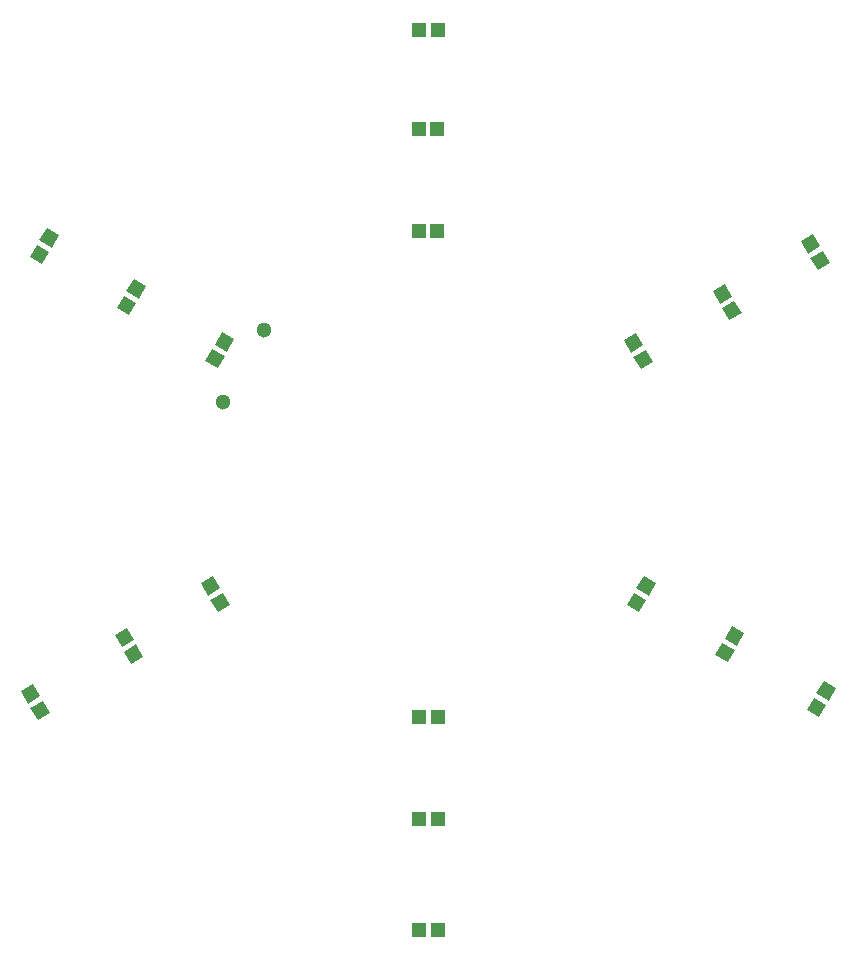
<source format=gts>
G04 #@! TF.FileFunction,Soldermask,Top*
%FSLAX46Y46*%
G04 Gerber Fmt 4.6, Leading zero omitted, Abs format (unit mm)*
G04 Created by KiCad (PCBNEW 4.0.5+dfsg1-4) date Tue Nov  6 22:38:28 2018*
%MOMM*%
%LPD*%
G01*
G04 APERTURE LIST*
%ADD10C,0.100000*%
%ADD11R,1.200000X1.200000*%
%ADD12C,1.300000*%
G04 APERTURE END LIST*
D10*
G36*
X165318194Y-89136657D02*
X166357424Y-88536657D01*
X166957424Y-89575887D01*
X165918194Y-90175887D01*
X165318194Y-89136657D01*
X165318194Y-89136657D01*
G37*
G36*
X166118194Y-90522297D02*
X167157424Y-89922297D01*
X167757424Y-90961527D01*
X166718194Y-91561527D01*
X166118194Y-90522297D01*
X166118194Y-90522297D01*
G37*
G36*
X166972199Y-109110658D02*
X168011429Y-109710658D01*
X167411429Y-110749888D01*
X166372199Y-110149888D01*
X166972199Y-109110658D01*
X166972199Y-109110658D01*
G37*
G36*
X166172199Y-110496298D02*
X167211429Y-111096298D01*
X166611429Y-112135528D01*
X165572199Y-111535528D01*
X166172199Y-110496298D01*
X166172199Y-110496298D01*
G37*
D11*
X149557816Y-121037093D03*
X147957816Y-121037093D03*
D10*
G36*
X131943430Y-111535528D02*
X130904200Y-112135528D01*
X130304200Y-111096298D01*
X131343430Y-110496298D01*
X131943430Y-111535528D01*
X131943430Y-111535528D01*
G37*
G36*
X131143430Y-110149888D02*
X130104200Y-110749888D01*
X129504200Y-109710658D01*
X130543430Y-109110658D01*
X131143430Y-110149888D01*
X131143430Y-110149888D01*
G37*
G36*
X130905430Y-91492348D02*
X129866200Y-90892348D01*
X130466200Y-89853118D01*
X131505430Y-90453118D01*
X130905430Y-91492348D01*
X130905430Y-91492348D01*
G37*
G36*
X131705430Y-90106708D02*
X130666200Y-89506708D01*
X131266200Y-88467478D01*
X132305430Y-89067478D01*
X131705430Y-90106708D01*
X131705430Y-90106708D01*
G37*
D11*
X147919812Y-79889094D03*
X149519812Y-79889094D03*
D10*
G36*
X172830198Y-85003480D02*
X173869428Y-84403480D01*
X174469428Y-85442710D01*
X173430198Y-86042710D01*
X172830198Y-85003480D01*
X172830198Y-85003480D01*
G37*
G36*
X173630198Y-86389120D02*
X174669428Y-85789120D01*
X175269428Y-86828350D01*
X174230198Y-87428350D01*
X173630198Y-86389120D01*
X173630198Y-86389120D01*
G37*
G36*
X174446196Y-113359480D02*
X175485426Y-113959480D01*
X174885426Y-114998710D01*
X173846196Y-114398710D01*
X174446196Y-113359480D01*
X174446196Y-113359480D01*
G37*
G36*
X173646196Y-114745120D02*
X174685426Y-115345120D01*
X174085426Y-116384350D01*
X173046196Y-115784350D01*
X173646196Y-114745120D01*
X173646196Y-114745120D01*
G37*
D11*
X149557813Y-129673092D03*
X147957813Y-129673092D03*
D10*
G36*
X124623229Y-115932858D02*
X123583999Y-116532858D01*
X122983999Y-115493628D01*
X124023229Y-114893628D01*
X124623229Y-115932858D01*
X124623229Y-115932858D01*
G37*
G36*
X123823229Y-114547218D02*
X122783999Y-115147218D01*
X122183999Y-114107988D01*
X123223229Y-113507988D01*
X123823229Y-114547218D01*
X123823229Y-114547218D01*
G37*
G36*
X123431424Y-86989526D02*
X122392194Y-86389526D01*
X122992194Y-85350296D01*
X124031424Y-85950296D01*
X123431424Y-86989526D01*
X123431424Y-86989526D01*
G37*
G36*
X124231424Y-85603886D02*
X123192194Y-85003886D01*
X123792194Y-83964656D01*
X124831424Y-84564656D01*
X124231424Y-85603886D01*
X124231424Y-85603886D01*
G37*
D11*
X147919812Y-71253094D03*
X149519812Y-71253094D03*
D10*
G36*
X180304200Y-80754661D02*
X181343430Y-80154661D01*
X181943430Y-81193891D01*
X180904200Y-81793891D01*
X180304200Y-80754661D01*
X180304200Y-80754661D01*
G37*
G36*
X181104200Y-82140301D02*
X182143430Y-81540301D01*
X182743430Y-82579531D01*
X181704200Y-83179531D01*
X181104200Y-82140301D01*
X181104200Y-82140301D01*
G37*
G36*
X182212199Y-118000661D02*
X183251429Y-118600661D01*
X182651429Y-119639891D01*
X181612199Y-119039891D01*
X182212199Y-118000661D01*
X182212199Y-118000661D01*
G37*
G36*
X181412199Y-119386301D02*
X182451429Y-119986301D01*
X181851429Y-121025531D01*
X180812199Y-120425531D01*
X181412199Y-119386301D01*
X181412199Y-119386301D01*
G37*
D11*
X149557815Y-139071094D03*
X147957815Y-139071094D03*
D10*
G36*
X116703426Y-120679526D02*
X115664196Y-121279526D01*
X115064196Y-120240296D01*
X116103426Y-119640296D01*
X116703426Y-120679526D01*
X116703426Y-120679526D01*
G37*
G36*
X115903426Y-119293886D02*
X114864196Y-119893886D01*
X114264196Y-118854656D01*
X115303426Y-118254656D01*
X115903426Y-119293886D01*
X115903426Y-119293886D01*
G37*
G36*
X116065431Y-82671530D02*
X115026201Y-82071530D01*
X115626201Y-81032300D01*
X116665431Y-81632300D01*
X116065431Y-82671530D01*
X116065431Y-82671530D01*
G37*
G36*
X116865431Y-81285890D02*
X115826201Y-80685890D01*
X116426201Y-79646660D01*
X117465431Y-80246660D01*
X116865431Y-81285890D01*
X116865431Y-81285890D01*
G37*
D11*
X147957812Y-62871090D03*
X149557812Y-62871090D03*
D12*
X134855291Y-88278648D03*
X131355291Y-94340826D03*
M02*

</source>
